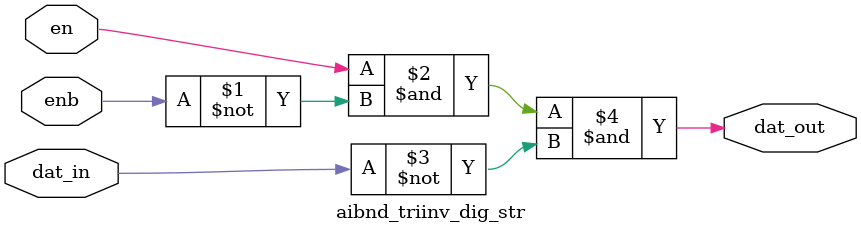
<source format=v>
module aibnd_triinv_dig_str(	// file.cleaned.mlir:2:3
  input  dat_in,	// file.cleaned.mlir:2:38
         en,	// file.cleaned.mlir:2:55
         enb,	// file.cleaned.mlir:2:68
  output dat_out	// file.cleaned.mlir:2:83
);

  assign dat_out = en & ~enb & ~dat_in;	// file.cleaned.mlir:4:10, :5:10, :6:10, :7:5
endmodule


</source>
